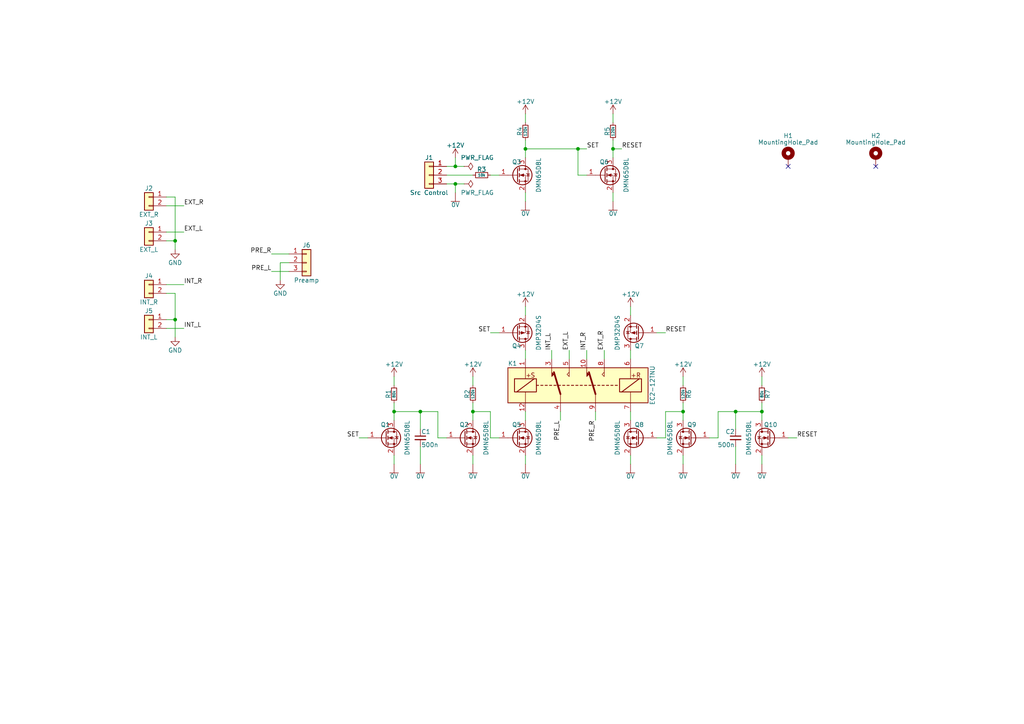
<source format=kicad_sch>
(kicad_sch (version 20211123) (generator eeschema)
  (paper "A4")
  (lib_symbols
    (symbol "Connector_Generic:Conn_01x02" (pin_names (offset 1.016) hide)
      (property "Reference" "J" (at 0 2.54 0))
      (property "Value" "Conn_01x02" (at 0 -5.08 0))
      (symbol "Conn_01x02_1_1"
        (rectangle (start -1.27 -2.413) (end 0 -2.667) (stroke (width 0.1524)))
        (rectangle (start -1.27 0.127) (end 0 -0.127) (stroke (width 0.1524)))
        (rectangle (start -1.27 1.27) (end 1.27 -3.81) (stroke (width 0.254)) (fill (type background)))
        (pin passive line (at -5.08 0 0) (length 3.81) (name "Pin_1") (number "1"))
        (pin passive line (at -5.08 -2.54 0) (length 3.81) (name "Pin_2") (number "2"))
      )
    )
    (symbol "Connector_Generic:Conn_01x03" (pin_names (offset 1.016) hide)
      (property "Reference" "J" (at 0 5.08 0))
      (property "Value" "Conn_01x03" (at 0 -5.08 0))
      (symbol "Conn_01x03_1_1"
        (rectangle (start -1.27 -2.413) (end 0 -2.667) (stroke (width 0.1524)))
        (rectangle (start -1.27 0.127) (end 0 -0.127) (stroke (width 0.1524)))
        (rectangle (start -1.27 2.667) (end 0 2.413) (stroke (width 0.1524)))
        (rectangle (start -1.27 3.81) (end 1.27 -3.81) (stroke (width 0.254)) (fill (type background)))
        (pin passive line (at -5.08 2.54 0) (length 3.81) (name "Pin_1") (number "1"))
        (pin passive line (at -5.08 0 0) (length 3.81) (name "Pin_2") (number "2"))
        (pin passive line (at -5.08 -2.54 0) (length 3.81) (name "Pin_3") (number "3"))
      )
    )
    (symbol "DX_MON:0V" (power) (pin_names (offset 0))
      (property "Value" "0V" (at 0 -2.794 0))
      (symbol "0V_0_1"
        (polyline (pts (xy 0 -2.54) (xy -1.27 -2.54)))
        (polyline (pts (xy 1.27 -2.54) (xy 0 -2.54)))
      )
      (symbol "0V_1_1"
        (polyline (pts (xy 0 -2.54) (xy 0 0)))
        (pin power_in line (at 0 0 270) (length 0) hide (name "0V") (number "1"))
      )
    )
    (symbol "Device:C_Small" (pin_numbers hide) (pin_names (offset 0.254) hide)
      (property "Reference" "C" (at 0.254 1.778 0))
      (property "Value" "C_Small" (at 0.254 -2.032 0))
      (symbol "C_Small_0_1"
        (polyline (pts (xy -1.524 -0.508) (xy 1.524 -0.508)) (stroke (width 0.3302)))
        (polyline (pts (xy -1.524 0.508) (xy 1.524 0.508)) (stroke (width 0.3048)))
      )
      (symbol "C_Small_1_1"
        (pin passive line (at 0 2.54 270) (length 2.032) (name "~") (number "1"))
        (pin passive line (at 0 -2.54 90) (length 2.032) (name "~") (number "2"))
      )
    )
    (symbol "Device:Q_NMOS_GSD" (pin_names (offset 0) hide)
      (property "Reference" "Q" (at 5.08 1.27 0))
      (property "Value" "Q_NMOS_GSD" (at 5.08 -1.27 0))
      (symbol "Q_NMOS_GSD_0_1"
        (polyline (pts (xy 0.254 0) (xy -2.54 0)))
        (polyline (pts (xy 0.254 1.905) (xy 0.254 -1.905)) (stroke (width 0.254)))
        (polyline (pts (xy 0.762 -1.27) (xy 0.762 -2.286)) (stroke (width 0.254)))
        (polyline (pts (xy 0.762 0.508) (xy 0.762 -0.508)) (stroke (width 0.254)))
        (polyline (pts (xy 0.762 2.286) (xy 0.762 1.27)) (stroke (width 0.254)))
        (polyline (pts (xy 2.54 2.54) (xy 2.54 1.778)))
        (polyline (pts (xy 2.54 -2.54) (xy 2.54 0) (xy 0.762 0)))
        (polyline (pts (xy 0.762 -1.778) (xy 3.302 -1.778) (xy 3.302 1.778) (xy 0.762 1.778)))
        (polyline (pts (xy 1.016 0) (xy 2.032 0.381) (xy 2.032 -0.381) (xy 1.016 0)) (fill (type outline)))
        (polyline (pts (xy 2.794 0.508) (xy 2.921 0.381) (xy 3.683 0.381) (xy 3.81 0.254)))
        (polyline (pts (xy 3.302 0.381) (xy 2.921 -0.254) (xy 3.683 -0.254) (xy 3.302 0.381)))
        (circle (center 1.651 0) (radius 2.794) (stroke (width 0.254)))
        (circle (center 2.54 -1.778) (radius 0.254) (fill (type outline)))
        (circle (center 2.54 1.778) (radius 0.254) (fill (type outline)))
      )
      (symbol "Q_NMOS_GSD_1_1"
        (pin input line (at -5.08 0 0) (length 2.54) (name "G") (number "1"))
        (pin passive line (at 2.54 -5.08 90) (length 2.54) (name "S") (number "2"))
        (pin passive line (at 2.54 5.08 270) (length 2.54) (name "D") (number "3"))
      )
    )
    (symbol "Device:Q_PMOS_GSD" (pin_names (offset 0) hide)
      (property "Reference" "Q" (at 5.08 1.27 0))
      (property "Value" "Q_PMOS_GSD" (at 5.08 -1.27 0))
      (symbol "Q_PMOS_GSD_0_1"
        (polyline (pts (xy 0.254 0) (xy -2.54 0)))
        (polyline (pts (xy 0.254 1.905) (xy 0.254 -1.905)) (stroke (width 0.254)))
        (polyline (pts (xy 0.762 -1.27) (xy 0.762 -2.286)) (stroke (width 0.254)))
        (polyline (pts (xy 0.762 0.508) (xy 0.762 -0.508)) (stroke (width 0.254)))
        (polyline (pts (xy 0.762 2.286) (xy 0.762 1.27)) (stroke (width 0.254)))
        (polyline (pts (xy 2.54 2.54) (xy 2.54 1.778)))
        (polyline (pts (xy 2.54 -2.54) (xy 2.54 0) (xy 0.762 0)))
        (polyline (pts (xy 0.762 1.778) (xy 3.302 1.778) (xy 3.302 -1.778) (xy 0.762 -1.778)))
        (polyline (pts (xy 2.286 0) (xy 1.27 0.381) (xy 1.27 -0.381) (xy 2.286 0)) (fill (type outline)))
        (polyline (pts (xy 2.794 -0.508) (xy 2.921 -0.381) (xy 3.683 -0.381) (xy 3.81 -0.254)))
        (polyline (pts (xy 3.302 -0.381) (xy 2.921 0.254) (xy 3.683 0.254) (xy 3.302 -0.381)))
        (circle (center 1.651 0) (radius 2.794) (stroke (width 0.254)))
        (circle (center 2.54 -1.778) (radius 0.254) (fill (type outline)))
        (circle (center 2.54 1.778) (radius 0.254) (fill (type outline)))
      )
      (symbol "Q_PMOS_GSD_1_1"
        (pin input line (at -5.08 0 0) (length 2.54) (name "G") (number "1"))
        (pin passive line (at 2.54 -5.08 90) (length 2.54) (name "S") (number "2"))
        (pin passive line (at 2.54 5.08 270) (length 2.54) (name "D") (number "3"))
      )
    )
    (symbol "Device:R_Small" (pin_numbers hide) (pin_names (offset 0.254) hide)
      (property "Reference" "R" (at 0.762 0.508 0))
      (property "Value" "R_Small" (at 0.762 -1.016 0))
      (symbol "R_Small_0_1"
        (rectangle (start -0.762 1.778) (end 0.762 -1.778) (stroke (width 0.2032)))
      )
      (symbol "R_Small_1_1"
        (pin passive line (at 0 2.54 270) (length 0.762) (name "~") (number "1"))
        (pin passive line (at 0 -2.54 90) (length 0.762) (name "~") (number "2"))
      )
    )
    (symbol "Mechanical:MountingHole_Pad" (pin_numbers hide) (pin_names (offset 1.016) hide)
      (property "Reference" "H" (at 0 6.35 0))
      (property "Value" "MountingHole_Pad" (at 0 4.445 0))
      (symbol "MountingHole_Pad_0_1"
        (circle (center 0 1.27) (radius 1.27) (stroke (width 1.27)))
      )
      (symbol "MountingHole_Pad_1_1"
        (pin input line (at 0 -2.54 90) (length 2.54) (name "1") (number "1"))
      )
    )
    (symbol "Relay:EC2-12TNU"
      (property "Reference" "K" (at 17.78 8.89 0))
      (property "Value" "EC2-12TNU" (at 21.59 6.35 0))
      (symbol "EC2-12TNU_1_1"
        (rectangle (start -20.32 5.08) (end 20.32 -5.08) (stroke (width 0.254)) (fill (type background)))
        (rectangle (start -18.415 1.905) (end -12.065 -1.905) (stroke (width 0.254)))
        (polyline (pts (xy -17.78 -1.905) (xy -12.7 1.905)) (stroke (width 0.254)))
        (polyline (pts (xy -15.24 -5.08) (xy -15.24 -1.905)))
        (polyline (pts (xy -15.24 5.08) (xy -15.24 1.905)))
        (polyline (pts (xy -12.065 0) (xy -11.43 0)) (stroke (width 0.254)))
        (polyline (pts (xy -10.795 0) (xy -10.16 0)) (stroke (width 0.254)))
        (polyline (pts (xy -9.525 0) (xy -8.89 0)) (stroke (width 0.254)))
        (polyline (pts (xy -8.255 0) (xy -7.62 0)) (stroke (width 0.254)))
        (polyline (pts (xy -6.985 0) (xy -6.35 0)) (stroke (width 0.254)))
        (polyline (pts (xy -5.715 0) (xy -5.08 0)) (stroke (width 0.254)))
        (polyline (pts (xy -5.08 -2.54) (xy -6.985 3.81)) (stroke (width 0.508)))
        (polyline (pts (xy -5.08 -2.54) (xy -5.08 -5.08)))
        (polyline (pts (xy -4.445 0) (xy -3.81 0)) (stroke (width 0.254)))
        (polyline (pts (xy -3.175 0) (xy -2.54 0)) (stroke (width 0.254)))
        (polyline (pts (xy -1.905 0) (xy -1.27 0)) (stroke (width 0.254)))
        (polyline (pts (xy -0.635 0) (xy 0 0)) (stroke (width 0.254)))
        (polyline (pts (xy 0.635 0) (xy 1.27 0)) (stroke (width 0.254)))
        (polyline (pts (xy 1.905 0) (xy 2.54 0)) (stroke (width 0.254)))
        (polyline (pts (xy 3.175 0) (xy 3.81 0)) (stroke (width 0.254)))
        (polyline (pts (xy 4.445 0) (xy 5.08 0)) (stroke (width 0.254)))
        (polyline (pts (xy 5.08 -2.54) (xy 3.175 3.81)) (stroke (width 0.508)))
        (polyline (pts (xy 5.08 -2.54) (xy 5.08 -5.08)))
        (polyline (pts (xy 5.715 0) (xy 6.35 0)) (stroke (width 0.254)))
        (polyline (pts (xy 6.985 0) (xy 7.62 0)) (stroke (width 0.254)))
        (polyline (pts (xy 8.255 0) (xy 8.89 0)) (stroke (width 0.254)))
        (polyline (pts (xy 9.525 0) (xy 10.16 0)) (stroke (width 0.254)))
        (polyline (pts (xy 10.795 0) (xy 11.43 0)) (stroke (width 0.254)))
        (polyline (pts (xy 12.7 -1.905) (xy 17.78 1.905)) (stroke (width 0.254)))
        (polyline (pts (xy 15.24 -5.08) (xy 15.24 -1.905)))
        (polyline (pts (xy 15.24 5.08) (xy 15.24 1.905)))
        (polyline (pts (xy -7.62 5.08) (xy -7.62 2.54) (xy -6.985 3.175) (xy -7.62 3.81)) (fill (type outline)))
        (polyline (pts (xy -2.54 5.08) (xy -2.54 2.54) (xy -3.175 3.175) (xy -2.54 3.81)))
        (polyline (pts (xy 2.54 5.08) (xy 2.54 2.54) (xy 3.175 3.175) (xy 2.54 3.81)) (fill (type outline)))
        (polyline (pts (xy 7.62 5.08) (xy 7.62 2.54) (xy 6.985 3.175) (xy 7.62 3.81)))
        (rectangle (start 12.065 1.905) (end 18.415 -1.905) (stroke (width 0.254)))
        (text "+" (at -14.351 2.921 0) (effects (font (size 1.27 1.27))))
        (text "+" (at 16.129 2.921 0) (effects (font (size 1.27 1.27))))
        (text "R" (at 17.526 2.921 0) (effects (font (size 1.27 1.27))))
        (text "S" (at -13.081 2.921 0) (effects (font (size 1.27 1.27))))
        (pin passive line (at -15.24 7.62 270) (length 2.54) (name "~") (number "1"))
        (pin passive line (at 2.54 7.62 270) (length 2.54) (name "~") (number "10"))
        (pin passive line (at -15.24 -7.62 90) (length 2.54) (name "~") (number "12"))
        (pin passive line (at -7.62 7.62 270) (length 2.54) (name "~") (number "3"))
        (pin passive line (at -5.08 -7.62 90) (length 2.54) (name "~") (number "4"))
        (pin passive line (at -2.54 7.62 270) (length 2.54) (name "~") (number "5"))
        (pin passive line (at 15.24 7.62 270) (length 2.54) (name "~") (number "6"))
        (pin passive line (at 15.24 -7.62 90) (length 2.54) (name "~") (number "7"))
        (pin passive line (at 7.62 7.62 270) (length 2.54) (name "~") (number "8"))
        (pin passive line (at 5.08 -7.62 90) (length 2.54) (name "~") (number "9"))
      )
    )
    (symbol "power:+12V" (power) (pin_names (offset 0))
      (property "Value" "+12V" (at 0 3.556 0))
      (symbol "+12V_0_1"
        (polyline (pts (xy -0.762 1.27) (xy 0 2.54)))
        (polyline (pts (xy 0 0) (xy 0 2.54)))
        (polyline (pts (xy 0 2.54) (xy 0.762 1.27)))
      )
      (symbol "+12V_1_1"
        (pin power_in line (at 0 0 90) (length 0) hide (name "+12V") (number "1"))
      )
    )
    (symbol "power:GND" (power) (pin_names (offset 0))
      (property "Value" "GND" (at 0 -3.81 0))
      (symbol "GND_0_1"
        (polyline (pts (xy 0 0) (xy 0 -1.27) (xy 1.27 -1.27) (xy 0 -2.54) (xy -1.27 -1.27) (xy 0 -1.27)))
      )
      (symbol "GND_1_1"
        (pin power_in line (at 0 0 270) (length 0) hide (name "GND") (number "1"))
      )
    )
    (symbol "power:PWR_FLAG" (power) (pin_numbers hide) (pin_names (offset 0) hide)
      (property "Value" "PWR_FLAG" (at 0 3.81 0))
      (symbol "PWR_FLAG_0_0"
        (pin power_out line (at 0 0 90) (length 0) (name "pwr") (number "1"))
      )
      (symbol "PWR_FLAG_0_1"
        (polyline (pts (xy 0 0) (xy 0 1.27) (xy -1.016 1.905) (xy 0 2.54) (xy 1.016 1.905) (xy 0 1.27)))
      )
    )
  )
  (junction (at 137.16 119.38))
  (junction (at 50.8 92.71))
  (junction (at 213.36 119.38))
  (junction (at 114.3 119.38))
  (junction (at 132.08 53.34))
  (junction (at 177.8 43.18))
  (junction (at 198.12 119.38))
  (junction (at 220.98 119.38))
  (junction (at 121.92 119.38))
  (junction (at 50.8 69.85))
  (junction (at 152.4 43.18))
  (junction (at 167.64 43.18))
  (junction (at 132.08 48.26))
  (no_connect (at 254 48.26))
  (no_connect (at 228.6 48.26))
  (wire (pts (xy 127 127) (xy 127 119.38)))
  (wire (pts (xy 142.24 96.52) (xy 144.78 96.52)))
  (wire (pts (xy 48.26 92.71) (xy 50.8 92.71)))
  (wire (pts (xy 48.26 82.55) (xy 53.34 82.55)))
  (wire (pts (xy 172.72 119.38) (xy 172.72 121.92)))
  (wire (pts (xy 213.36 119.38) (xy 220.98 119.38)))
  (wire (pts (xy 152.4 43.18) (xy 152.4 40.64)))
  (wire (pts (xy 152.4 88.9) (xy 152.4 91.44)))
  (wire (pts (xy 48.26 95.25) (xy 53.34 95.25)))
  (wire (pts (xy 182.88 134.62) (xy 182.88 132.08)))
  (wire (pts (xy 152.4 134.62) (xy 152.4 132.08)))
  (wire (pts (xy 165.1 104.14) (xy 165.1 101.6)))
  (wire (pts (xy 129.54 50.8) (xy 137.16 50.8)))
  (wire (pts (xy 152.4 119.38) (xy 152.4 121.92)))
  (wire (pts (xy 177.8 55.88) (xy 177.8 58.42)))
  (wire (pts (xy 129.54 127) (xy 127 127)))
  (wire (pts (xy 162.56 119.38) (xy 162.56 121.92)))
  (wire (pts (xy 78.74 73.66) (xy 83.82 73.66)))
  (wire (pts (xy 121.92 119.38) (xy 114.3 119.38)))
  (wire (pts (xy 198.12 132.08) (xy 198.12 134.62)))
  (wire (pts (xy 127 119.38) (xy 121.92 119.38)))
  (wire (pts (xy 152.4 33.02) (xy 152.4 35.56)))
  (wire (pts (xy 220.98 116.84) (xy 220.98 119.38)))
  (wire (pts (xy 193.04 127) (xy 193.04 119.38)))
  (wire (pts (xy 160.02 101.6) (xy 160.02 104.14)))
  (wire (pts (xy 193.04 96.52) (xy 190.5 96.52)))
  (wire (pts (xy 152.4 43.18) (xy 167.64 43.18)))
  (wire (pts (xy 177.8 33.02) (xy 177.8 35.56)))
  (wire (pts (xy 152.4 104.14) (xy 152.4 101.6)))
  (wire (pts (xy 198.12 116.84) (xy 198.12 119.38)))
  (wire (pts (xy 132.08 45.72) (xy 132.08 48.26)))
  (wire (pts (xy 220.98 119.38) (xy 220.98 121.92)))
  (wire (pts (xy 170.18 50.8) (xy 167.64 50.8)))
  (wire (pts (xy 114.3 109.22) (xy 114.3 111.76)))
  (wire (pts (xy 50.8 85.09) (xy 50.8 92.71)))
  (wire (pts (xy 142.24 127) (xy 142.24 119.38)))
  (wire (pts (xy 213.36 124.46) (xy 213.36 119.38)))
  (wire (pts (xy 152.4 45.72) (xy 152.4 43.18)))
  (wire (pts (xy 152.4 55.88) (xy 152.4 58.42)))
  (wire (pts (xy 144.78 127) (xy 142.24 127)))
  (wire (pts (xy 81.28 76.2) (xy 81.28 81.28)))
  (wire (pts (xy 104.14 127) (xy 106.68 127)))
  (wire (pts (xy 198.12 109.22) (xy 198.12 111.76)))
  (wire (pts (xy 134.62 53.34) (xy 132.08 53.34)))
  (wire (pts (xy 114.3 116.84) (xy 114.3 119.38)))
  (wire (pts (xy 198.12 119.38) (xy 198.12 121.92)))
  (wire (pts (xy 134.62 48.26) (xy 132.08 48.26)))
  (wire (pts (xy 193.04 119.38) (xy 198.12 119.38)))
  (wire (pts (xy 137.16 116.84) (xy 137.16 119.38)))
  (wire (pts (xy 137.16 109.22) (xy 137.16 111.76)))
  (wire (pts (xy 170.18 101.6) (xy 170.18 104.14)))
  (wire (pts (xy 208.28 119.38) (xy 213.36 119.38)))
  (wire (pts (xy 220.98 132.08) (xy 220.98 134.62)))
  (wire (pts (xy 142.24 119.38) (xy 137.16 119.38)))
  (wire (pts (xy 144.78 50.8) (xy 142.24 50.8)))
  (wire (pts (xy 50.8 57.15) (xy 50.8 69.85)))
  (wire (pts (xy 182.88 119.38) (xy 182.88 121.92)))
  (wire (pts (xy 231.14 127) (xy 228.6 127)))
  (wire (pts (xy 180.34 43.18) (xy 177.8 43.18)))
  (wire (pts (xy 114.3 119.38) (xy 114.3 121.92)))
  (wire (pts (xy 121.92 129.54) (xy 121.92 134.62)))
  (wire (pts (xy 213.36 129.54) (xy 213.36 134.62)))
  (wire (pts (xy 182.88 88.9) (xy 182.88 91.44)))
  (wire (pts (xy 220.98 109.22) (xy 220.98 111.76)))
  (wire (pts (xy 83.82 76.2) (xy 81.28 76.2)))
  (wire (pts (xy 48.26 85.09) (xy 50.8 85.09)))
  (wire (pts (xy 175.26 104.14) (xy 175.26 101.6)))
  (wire (pts (xy 50.8 69.85) (xy 50.8 72.39)))
  (wire (pts (xy 48.26 59.69) (xy 53.34 59.69)))
  (wire (pts (xy 190.5 127) (xy 193.04 127)))
  (wire (pts (xy 208.28 127) (xy 208.28 119.38)))
  (wire (pts (xy 205.74 127) (xy 208.28 127)))
  (wire (pts (xy 50.8 92.71) (xy 50.8 97.79)))
  (wire (pts (xy 170.18 43.18) (xy 167.64 43.18)))
  (wire (pts (xy 177.8 43.18) (xy 177.8 40.64)))
  (wire (pts (xy 121.92 124.46) (xy 121.92 119.38)))
  (wire (pts (xy 182.88 101.6) (xy 182.88 104.14)))
  (wire (pts (xy 129.54 53.34) (xy 132.08 53.34)))
  (wire (pts (xy 167.64 50.8) (xy 167.64 43.18)))
  (wire (pts (xy 137.16 119.38) (xy 137.16 121.92)))
  (wire (pts (xy 132.08 53.34) (xy 132.08 55.88)))
  (wire (pts (xy 114.3 132.08) (xy 114.3 134.62)))
  (wire (pts (xy 137.16 132.08) (xy 137.16 134.62)))
  (wire (pts (xy 132.08 48.26) (xy 129.54 48.26)))
  (wire (pts (xy 48.26 69.85) (xy 50.8 69.85)))
  (wire (pts (xy 177.8 43.18) (xy 177.8 45.72)))
  (wire (pts (xy 83.82 78.74) (xy 78.74 78.74)))
  (wire (pts (xy 48.26 57.15) (xy 50.8 57.15)))
  (wire (pts (xy 48.26 67.31) (xy 53.34 67.31)))
  (label "INT_R" (at 53.34 82.55 0))
  (label "INT_L" (at 53.34 95.25 0))
  (label "SET" (at 170.18 43.18 0))
  (label "INT_L" (at 160.02 101.6 90))
  (label "PRE_L" (at 162.56 121.92 270))
  (label "PRE_R" (at 78.74 73.66 180))
  (label "RESET" (at 193.04 96.52 0))
  (label "SET" (at 104.14 127 180))
  (label "EXT_L" (at 165.1 101.6 90))
  (label "EXT_R" (at 53.34 59.69 0))
  (label "RESET" (at 180.34 43.18 0))
  (label "EXT_L" (at 53.34 67.31 0))
  (label "EXT_R" (at 175.26 101.6 90))
  (label "PRE_L" (at 78.74 78.74 180))
  (label "INT_R" (at 170.18 101.6 90))
  (label "PRE_R" (at 172.72 121.92 270))
  (label "RESET" (at 231.14 127 0))
  (label "SET" (at 142.24 96.52 180))
  (symbol (lib_id "Relay:EC2-12TNU") (at 167.64 111.76 0) (unit 1)
    (property "Reference" "K1" (at 147.32 105.41 0) (effects (justify left)))
    (property "Value" "EC2-12TNU" (at 189.23 111.76 90))
    (property "Footprint" "rhais_relay:Relay_DPDT_Kemet_EC2_DoubleCoil" (effects hide))
    (property "Datasheet" "https://content.kemet.com/datasheets/KEM_R7002_EC2_EE2.pdf" (effects hide))
    (property "MFR" "Kemet" (effects hide))
    (property "MPN" "EC2-12TNU" (effects hide))
    (property "OC_DIGIKEY" "399-11031-5-ND" (effects hide))
    (property "URL_DIGIKEY" "https://www.digikey.com/en/products/detail/kemet/EC2-12TNU/4291097" (effects hide))
  )
  (symbol (lib_id "Device:R_Small") (at 152.4 38.1 0) (unit 1)
    (property "Reference" "R4" (at 150.749 38.1 90))
    (property "Value" "120k" (at 152.4 38.1 90) (effects (font (size 0.762 0.762))))
    (property "Footprint" "rhais_rcl:R0603" (effects hide))
    (property "Datasheet" "https://www.vishay.com/docs/20035/dcrcwe3.pdf" (effects hide))
    (property "MFR" "Vishay Dale" (effects hide))
    (property "MPN" "CRCW0603120KFKEA" (effects hide))
    (property "OC_DIGIKEY" "541-120KHCT-ND" (effects hide))
    (property "URL_DIGIKEY" "https://www.digikey.com/en/products/detail/vishay-dale/CRCW0603120KFKEA/1174904" (effects hide))
  )
  (symbol (lib_id "power:GND") (at 81.28 81.28 0) (unit 1)
    (property "Reference" "#PWR023" (effects hide))
    (property "Value" "GND" (at 81.28 85.09 0))
  )
  (symbol (lib_id "power:+12V") (at 152.4 88.9 0) (unit 1)
    (property "Reference" "#PWR010" (effects hide))
    (property "Value" "+12V" (at 152.4 85.344 0))
  )
  (symbol (lib_id "power:+12V") (at 114.3 109.22 0) (unit 1)
    (property "Reference" "#PWR01" (effects hide))
    (property "Value" "+12V" (at 114.3 105.664 0))
  )
  (symbol (lib_id "Device:R_Small") (at 137.16 114.3 0) (unit 1)
    (property "Reference" "R2" (at 135.509 114.3 90))
    (property "Value" "120k" (at 137.16 114.3 90) (effects (font (size 0.762 0.762))))
    (property "Footprint" "rhais_rcl:R0603" (effects hide))
    (property "Datasheet" "https://www.vishay.com/docs/20035/dcrcwe3.pdf" (effects hide))
    (property "MFR" "Vishay Dale" (effects hide))
    (property "MPN" "CRCW0603120KFKEA" (effects hide))
    (property "OC_DIGIKEY" "541-120KHCT-ND" (effects hide))
    (property "URL_DIGIKEY" "https://www.digikey.com/en/products/detail/vishay-dale/CRCW0603120KFKEA/1174904" (effects hide))
  )
  (symbol (lib_id "Device:Q_PMOS_GSD") (at 185.42 96.52 180) (unit 1)
    (property "Reference" "Q7" (at 185.42 100.33 0))
    (property "Value" "DMP32D4S" (at 179.07 96.52 90))
    (property "Footprint" "rhais_package-smd:SOT-23" (effects hide))
    (property "Datasheet" "https://www.diodes.com/assets/Datasheets/DMP32D4S.pdf" (effects hide))
    (property "MFR" "Diodes Inc" (effects hide))
    (property "MPN" "DMP32D4S-7" (effects hide))
    (property "OC_DIGIKEY" "DMP32D4S-7DICT-ND" (effects hide))
    (property "URL_DIGIKEY" "https://www.digikey.com/en/products/detail/diodes-incorporated/DMP32D4S-7/4471076" (effects hide))
  )
  (symbol (lib_id "Device:Q_NMOS_GSD") (at 185.42 127 0) (mirror y) (unit 1)
    (property "Reference" "Q8" (at 185.42 123.19 0))
    (property "Value" "DMN65D8L" (at 179.07 127 90))
    (property "Footprint" "rhais_package-smd:SOT-23" (effects hide))
    (property "Datasheet" "https://www.diodes.com/assets/Datasheets/DMN65D8L.pdf" (effects hide))
    (property "MFR" "Diodes Inc" (effects hide))
    (property "MPN" "DMN65D8L-7" (effects hide))
    (property "OC_DIGIKEY" "DMN65D8L-7DICT-ND" (effects hide))
    (property "URL_DIGIKEY" "https://www.digikey.com/en/products/detail/diodes-incorporated/DMN65D8L-7/3678136" (effects hide))
  )
  (symbol (lib_id "power:GND") (at 50.8 97.79 0) (unit 1)
    (property "Reference" "#PWR022" (effects hide))
    (property "Value" "GND" (at 50.8 101.6 0))
  )
  (symbol (lib_id "Device:Q_NMOS_GSD") (at 200.66 127 0) (mirror y) (unit 1)
    (property "Reference" "Q9" (at 200.66 123.19 0))
    (property "Value" "DMN65D8L" (at 194.31 127 90))
    (property "Footprint" "rhais_package-smd:SOT-23" (effects hide))
    (property "Datasheet" "https://www.diodes.com/assets/Datasheets/DMN65D8L.pdf" (effects hide))
    (property "MFR" "Diodes Inc" (effects hide))
    (property "MPN" "DMN65D8L-7" (effects hide))
    (property "OC_DIGIKEY" "DMN65D8L-7DICT-ND" (effects hide))
    (property "URL_DIGIKEY" "https://www.digikey.com/en/products/detail/diodes-incorporated/DMN65D8L-7/3678136" (effects hide))
  )
  (symbol (lib_id "power:+12V") (at 182.88 88.9 0) (mirror y) (unit 1)
    (property "Reference" "#PWR014" (effects hide))
    (property "Value" "+12V" (at 182.88 85.344 0))
  )
  (symbol (lib_id "DX_MON:0V") (at 114.3 134.62 0) (unit 1)
    (property "Reference" "#PWR02" (effects hide))
    (property "Value" "0V" (at 114.3 137.414 0) (effects (justify top)))
  )
  (symbol (lib_id "power:GND") (at 50.8 72.39 0) (unit 1)
    (property "Reference" "#PWR021" (effects hide))
    (property "Value" "GND" (at 50.8 76.2 0))
  )
  (symbol (lib_id "Connector_Generic:Conn_01x03") (at 124.46 50.8 0) (mirror y) (unit 1)
    (property "Reference" "J1" (at 124.46 45.72 0))
    (property "Value" "Src Control" (at 124.46 55.88 0))
    (property "Footprint" "rhais_connector-pinheader:PinHeader_1x03_P2.54mm_Vertical" (effects hide))
  )
  (symbol (lib_id "DX_MON:0V") (at 152.4 58.42 0) (unit 1)
    (property "Reference" "#PWR09" (effects hide))
    (property "Value" "0V" (at 152.4 61.214 0) (effects (justify top)))
  )
  (symbol (lib_id "DX_MON:0V") (at 182.88 134.62 0) (mirror y) (unit 1)
    (property "Reference" "#PWR015" (effects hide))
    (property "Value" "0V" (at 182.88 137.414 0) (effects (justify top)))
  )
  (symbol (lib_id "Mechanical:MountingHole_Pad") (at 228.6 45.72 0) (unit 1)
    (property "Reference" "H1" (at 228.6 39.37 0))
    (property "Value" "MountingHole_Pad" (at 228.6 41.275 0))
    (property "Footprint" "MountingHole:MountingHole_3.2mm_M3_Pad" (effects hide))
  )
  (symbol (lib_id "Connector_Generic:Conn_01x02") (at 43.18 92.71 0) (mirror y) (unit 1)
    (property "Reference" "J5" (at 43.18 90.17 0))
    (property "Value" "INT_L" (at 43.18 97.79 0))
    (property "Footprint" "rhais_connector-pinheader:PinHeader_1x02_P2.54mm_Vertical" (effects hide))
  )
  (symbol (lib_id "Device:C_Small") (at 213.36 127 0) (mirror y) (unit 1)
    (property "Reference" "C2" (at 213.106 125.222 0) (effects (justify left)))
    (property "Value" "500n" (at 213.106 129.032 0) (effects (justify left)))
    (property "Footprint" "rhais_rcl:C0603" (effects hide))
    (property "Datasheet" "http://www.passivecomponent.com/wp-content/uploads/datasheet/WTC_MLCC_General_Purpose.pdf" (effects hide))
    (property "MFR" "Walsin" (effects hide))
    (property "MPN" "0603B474K250CT" (effects hide))
    (property "OC_DIGIKEY" "1292-1452-1-ND" (effects hide))
    (property "URL_DIGIKEY" "https://www.digikey.com/en/products/detail/walsin-technology-corporation/0603B474K250CT/9354949" (effects hide))
  )
  (symbol (lib_id "DX_MON:0V") (at 132.08 55.88 0) (unit 1)
    (property "Reference" "#PWR05" (effects hide))
    (property "Value" "0V" (at 132.08 58.674 0) (effects (justify top)))
  )
  (symbol (lib_id "DX_MON:0V") (at 213.36 134.62 0) (mirror y) (unit 1)
    (property "Reference" "#PWR018" (effects hide))
    (property "Value" "0V" (at 213.36 137.414 0) (effects (justify top)))
  )
  (symbol (lib_id "DX_MON:0V") (at 121.92 134.62 0) (unit 1)
    (property "Reference" "#PWR03" (effects hide))
    (property "Value" "0V" (at 121.92 137.414 0) (effects (justify top)))
  )
  (symbol (lib_id "Device:Q_NMOS_GSD") (at 175.26 50.8 0) (unit 1)
    (property "Reference" "Q6" (at 175.26 46.99 0))
    (property "Value" "DMN65D8L" (at 181.61 50.8 90))
    (property "Footprint" "rhais_package-smd:SOT-23" (effects hide))
    (property "Datasheet" "https://www.diodes.com/assets/Datasheets/DMN65D8L.pdf" (effects hide))
    (property "MFR" "Diodes Inc" (effects hide))
    (property "MPN" "DMN65D8L-7" (effects hide))
    (property "OC_DIGIKEY" "DMN65D8L-7DICT-ND" (effects hide))
    (property "URL_DIGIKEY" "https://www.digikey.com/en/products/detail/diodes-incorporated/DMN65D8L-7/3678136" (effects hide))
  )
  (symbol (lib_id "Mechanical:MountingHole_Pad") (at 254 45.72 0) (unit 1)
    (property "Reference" "H2" (at 254 39.37 0))
    (property "Value" "MountingHole_Pad" (at 254 41.275 0))
    (property "Footprint" "MountingHole:MountingHole_3.2mm_M3_Pad" (effects hide))
  )
  (symbol (lib_id "Device:R_Small") (at 139.7 50.8 90) (unit 1)
    (property "Reference" "R3" (at 139.7 49.149 90))
    (property "Value" "10k" (at 139.7 50.8 90) (effects (font (size 0.762 0.762))))
    (property "Footprint" "rhais_rcl:R0603" (effects hide))
    (property "Datasheet" "https://www.vishay.com/docs/20035/dcrcwe3.pdf" (effects hide))
    (property "MFR" "Vishay Dale" (effects hide))
    (property "MPN" "CRCW060310K0FKEA" (effects hide))
    (property "OC_DIGIKEY" "541-10.0KHCT-ND" (effects hide))
    (property "URL_DIGIKEY" "https://www.digikey.com/en/products/detail/vishay-dale/CRCW060310K0FKEA/1174782" (effects hide))
  )
  (symbol (lib_id "Device:Q_NMOS_GSD") (at 149.86 50.8 0) (unit 1)
    (property "Reference" "Q3" (at 149.86 46.99 0))
    (property "Value" "DMN65D8L" (at 156.21 50.8 90))
    (property "Footprint" "rhais_package-smd:SOT-23" (effects hide))
    (property "Datasheet" "https://www.diodes.com/assets/Datasheets/DMN65D8L.pdf" (effects hide))
    (property "MFR" "Diodes Inc" (effects hide))
    (property "MPN" "DMN65D8L-7" (effects hide))
    (property "OC_DIGIKEY" "DMN65D8L-7DICT-ND" (effects hide))
    (property "URL_DIGIKEY" "https://www.digikey.com/en/products/detail/diodes-incorporated/DMN65D8L-7/3678136" (effects hide))
  )
  (symbol (lib_id "power:PWR_FLAG") (at 134.62 53.34 270) (unit 1)
    (property "Reference" "#FLG02" (effects hide))
    (property "Value" "PWR_FLAG" (at 138.43 55.88 90))
  )
  (symbol (lib_id "power:+12V") (at 177.8 33.02 0) (unit 1)
    (property "Reference" "#PWR012" (effects hide))
    (property "Value" "+12V" (at 177.8 29.464 0))
  )
  (symbol (lib_id "power:+12V") (at 137.16 109.22 0) (unit 1)
    (property "Reference" "#PWR06" (effects hide))
    (property "Value" "+12V" (at 137.16 105.664 0))
  )
  (symbol (lib_id "Connector_Generic:Conn_01x02") (at 43.18 67.31 0) (mirror y) (unit 1)
    (property "Reference" "J3" (at 43.18 64.77 0))
    (property "Value" "EXT_L" (at 43.18 72.39 0))
    (property "Footprint" "rhais_connector-pinheader:PinHeader_1x02_P2.54mm_Vertical" (effects hide))
  )
  (symbol (lib_id "Device:Q_PMOS_GSD") (at 149.86 96.52 0) (mirror x) (unit 1)
    (property "Reference" "Q4" (at 149.86 100.33 0))
    (property "Value" "DMP32D4S" (at 156.21 96.52 90))
    (property "Footprint" "rhais_package-smd:SOT-23" (effects hide))
    (property "Datasheet" "https://www.diodes.com/assets/Datasheets/DMP32D4S.pdf" (effects hide))
    (property "MFR" "Diodes Inc" (effects hide))
    (property "MPN" "DMP32D4S-7" (effects hide))
    (property "OC_DIGIKEY" "DMP32D4S-7DICT-ND" (effects hide))
    (property "URL_DIGIKEY" "https://www.digikey.com/en/products/detail/diodes-incorporated/DMP32D4S-7/4471076" (effects hide))
  )
  (symbol (lib_id "Device:Q_NMOS_GSD") (at 134.62 127 0) (unit 1)
    (property "Reference" "Q2" (at 134.62 123.19 0))
    (property "Value" "DMN65D8L" (at 140.97 127 90))
    (property "Footprint" "rhais_package-smd:SOT-23" (effects hide))
    (property "Datasheet" "https://www.diodes.com/assets/Datasheets/DMN65D8L.pdf" (effects hide))
    (property "MFR" "Diodes Inc" (effects hide))
    (property "MPN" "DMN65D8L-7" (effects hide))
    (property "OC_DIGIKEY" "DMN65D8L-7DICT-ND" (effects hide))
    (property "URL_DIGIKEY" "https://www.digikey.com/en/products/detail/diodes-incorporated/DMN65D8L-7/3678136" (effects hide))
  )
  (symbol (lib_id "power:+12V") (at 220.98 109.22 0) (mirror y) (unit 1)
    (property "Reference" "#PWR019" (effects hide))
    (property "Value" "+12V" (at 220.98 105.664 0))
  )
  (symbol (lib_id "Device:Q_NMOS_GSD") (at 149.86 127 0) (unit 1)
    (property "Reference" "Q5" (at 149.86 123.19 0))
    (property "Value" "DMN65D8L" (at 156.21 127 90))
    (property "Footprint" "rhais_package-smd:SOT-23" (effects hide))
    (property "Datasheet" "https://www.diodes.com/assets/Datasheets/DMN65D8L.pdf" (effects hide))
    (property "MFR" "Diodes Inc" (effects hide))
    (property "MPN" "DMN65D8L-7" (effects hide))
    (property "OC_DIGIKEY" "DMN65D8L-7DICT-ND" (effects hide))
    (property "URL_DIGIKEY" "https://www.digikey.com/en/products/detail/diodes-incorporated/DMN65D8L-7/3678136" (effects hide))
  )
  (symbol (lib_id "Device:C_Small") (at 121.92 127 0) (unit 1)
    (property "Reference" "C1" (at 122.174 125.222 0) (effects (justify left)))
    (property "Value" "500n" (at 122.174 129.032 0) (effects (justify left)))
    (property "Footprint" "rhais_rcl:C0603" (effects hide))
    (property "Datasheet" "http://www.passivecomponent.com/wp-content/uploads/datasheet/WTC_MLCC_General_Purpose.pdf" (effects hide))
    (property "MFR" "Walsin" (effects hide))
    (property "MPN" "0603B474K250CT" (effects hide))
    (property "OC_DIGIKEY" "1292-1452-1-ND" (effects hide))
    (property "URL_DIGIKEY" "https://www.digikey.com/en/products/detail/walsin-technology-corporation/0603B474K250CT/9354949" (effects hide))
  )
  (symbol (lib_id "power:+12V") (at 132.08 45.72 0) (unit 1)
    (property "Reference" "#PWR04" (effects hide))
    (property "Value" "+12V" (at 132.08 42.164 0))
  )
  (symbol (lib_id "DX_MON:0V") (at 152.4 134.62 0) (unit 1)
    (property "Reference" "#PWR011" (effects hide))
    (property "Value" "0V" (at 152.4 137.414 0) (effects (justify top)))
  )
  (symbol (lib_id "Device:R_Small") (at 198.12 114.3 0) (mirror y) (unit 1)
    (property "Reference" "R6" (at 199.771 114.3 90))
    (property "Value" "120k" (at 198.12 114.3 90) (effects (font (size 0.762 0.762))))
    (property "Footprint" "rhais_rcl:R0603" (effects hide))
    (property "Datasheet" "https://www.vishay.com/docs/20035/dcrcwe3.pdf" (effects hide))
    (property "MFR" "Vishay Dale" (effects hide))
    (property "MPN" "CRCW0603120KFKEA" (effects hide))
    (property "OC_DIGIKEY" "541-120KHCT-ND" (effects hide))
    (property "URL_DIGIKEY" "https://www.digikey.com/en/products/detail/vishay-dale/CRCW0603120KFKEA/1174904" (effects hide))
  )
  (symbol (lib_id "Device:R_Small") (at 177.8 38.1 0) (unit 1)
    (property "Reference" "R5" (at 176.149 38.1 90))
    (property "Value" "120k" (at 177.8 38.1 90) (effects (font (size 0.762 0.762))))
    (property "Footprint" "rhais_rcl:R0603" (effects hide))
    (property "Datasheet" "https://www.vishay.com/docs/20035/dcrcwe3.pdf" (effects hide))
    (property "MFR" "Vishay Dale" (effects hide))
    (property "MPN" "CRCW0603120KFKEA" (effects hide))
    (property "OC_DIGIKEY" "541-120KHCT-ND" (effects hide))
    (property "URL_DIGIKEY" "https://www.digikey.com/en/products/detail/vishay-dale/CRCW0603120KFKEA/1174904" (effects hide))
  )
  (symbol (lib_id "DX_MON:0V") (at 220.98 134.62 0) (mirror y) (unit 1)
    (property "Reference" "#PWR020" (effects hide))
    (property "Value" "0V" (at 220.98 137.414 0) (effects (justify top)))
  )
  (symbol (lib_id "power:PWR_FLAG") (at 134.62 48.26 270) (unit 1)
    (property "Reference" "#FLG01" (effects hide))
    (property "Value" "PWR_FLAG" (at 138.43 45.72 90))
  )
  (symbol (lib_id "Device:R_Small") (at 114.3 114.3 0) (unit 1)
    (property "Reference" "R1" (at 112.649 114.3 90))
    (property "Value" "80k" (at 114.3 114.3 90) (effects (font (size 0.762 0.762))))
    (property "Footprint" "rhais_rcl:R0603" (effects hide))
    (property "Datasheet" "https://www.vishay.com/docs/20035/dcrcwe3.pdf" (effects hide))
    (property "MFR" "Vishay Dale" (effects hide))
    (property "MPN" "CRCW060380K6FKEA" (effects hide))
    (property "OC_DIGIKEY" "541-80.6KHCT-ND" (effects hide))
    (property "URL_DIGIKEY" "https://www.digikey.com/en/products/detail/vishay-dale/CRCW060380K6FKEA/1174885" (effects hide))
  )
  (symbol (lib_id "DX_MON:0V") (at 198.12 134.62 0) (mirror y) (unit 1)
    (property "Reference" "#PWR017" (effects hide))
    (property "Value" "0V" (at 198.12 137.414 0) (effects (justify top)))
  )
  (symbol (lib_id "Connector_Generic:Conn_01x02") (at 43.18 57.15 0) (mirror y) (unit 1)
    (property "Reference" "J2" (at 43.18 54.61 0))
    (property "Value" "EXT_R" (at 43.18 62.23 0))
    (property "Footprint" "rhais_connector-pinheader:PinHeader_1x02_P2.54mm_Vertical" (effects hide))
  )
  (symbol (lib_id "Connector_Generic:Conn_01x02") (at 43.18 82.55 0) (mirror y) (unit 1)
    (property "Reference" "J4" (at 43.18 80.01 0))
    (property "Value" "INT_R" (at 43.18 87.63 0))
    (property "Footprint" "rhais_connector-pinheader:PinHeader_1x02_P2.54mm_Vertical" (effects hide))
  )
  (symbol (lib_id "DX_MON:0V") (at 177.8 58.42 0) (unit 1)
    (property "Reference" "#PWR013" (effects hide))
    (property "Value" "0V" (at 177.8 61.214 0) (effects (justify top)))
  )
  (symbol (lib_id "Device:Q_NMOS_GSD") (at 111.76 127 0) (unit 1)
    (property "Reference" "Q1" (at 111.76 123.19 0))
    (property "Value" "DMN65D8L" (at 118.11 127 90))
    (property "Footprint" "rhais_package-smd:SOT-23" (effects hide))
    (property "Datasheet" "https://www.diodes.com/assets/Datasheets/DMN65D8L.pdf" (effects hide))
    (property "MFR" "Diodes Inc" (effects hide))
    (property "MPN" "DMN65D8L-7" (effects hide))
    (property "OC_DIGIKEY" "DMN65D8L-7DICT-ND" (effects hide))
    (property "URL_DIGIKEY" "https://www.digikey.com/en/products/detail/diodes-incorporated/DMN65D8L-7/3678136" (effects hide))
  )
  (symbol (lib_id "Connector_Generic:Conn_01x03") (at 88.9 76.2 0) (unit 1)
    (property "Reference" "J6" (at 88.9 71.12 0))
    (property "Value" "Preamp" (at 88.9 81.28 0))
    (property "Footprint" "rhais_connector-pinheader:PinHeader_1x03_P2.54mm_Vertical" (effects hide))
  )
  (symbol (lib_id "Device:Q_NMOS_GSD") (at 223.52 127 0) (mirror y) (unit 1)
    (property "Reference" "Q10" (at 223.52 123.19 0))
    (property "Value" "DMN65D8L" (at 217.17 127 90))
    (property "Footprint" "rhais_package-smd:SOT-23" (effects hide))
    (property "Datasheet" "https://www.diodes.com/assets/Datasheets/DMN65D8L.pdf" (effects hide))
    (property "MFR" "Diodes Inc" (effects hide))
    (property "MPN" "DMN65D8L-7" (effects hide))
    (property "OC_DIGIKEY" "DMN65D8L-7DICT-ND" (effects hide))
    (property "URL_DIGIKEY" "https://www.digikey.com/en/products/detail/diodes-incorporated/DMN65D8L-7/3678136" (effects hide))
  )
  (symbol (lib_id "power:+12V") (at 198.12 109.22 0) (mirror y) (unit 1)
    (property "Reference" "#PWR016" (effects hide))
    (property "Value" "+12V" (at 198.12 105.664 0))
  )
  (symbol (lib_id "DX_MON:0V") (at 137.16 134.62 0) (unit 1)
    (property "Reference" "#PWR07" (effects hide))
    (property "Value" "0V" (at 137.16 137.414 0) (effects (justify top)))
  )
  (symbol (lib_id "Device:R_Small") (at 220.98 114.3 0) (mirror y) (unit 1)
    (property "Reference" "R7" (at 222.631 114.3 90))
    (property "Value" "80k" (at 220.98 114.3 90) (effects (font (size 0.762 0.762))))
    (property "Footprint" "rhais_rcl:R0603" (effects hide))
    (property "Datasheet" "https://www.vishay.com/docs/20035/dcrcwe3.pdf" (effects hide))
    (property "MFR" "Vishay Dale" (effects hide))
    (property "MPN" "CRCW060380K6FKEA" (effects hide))
    (property "OC_DIGIKEY" "541-80.6KHCT-ND" (effects hide))
    (property "URL_DIGIKEY" "https://www.digikey.com/en/products/detail/vishay-dale/CRCW060380K6FKEA/1174885" (effects hide))
  )
  (symbol (lib_id "power:+12V") (at 152.4 33.02 0) (unit 1)
    (property "Reference" "#PWR08" (effects hide))
    (property "Value" "+12V" (at 152.4 29.464 0))
  )
)
</source>
